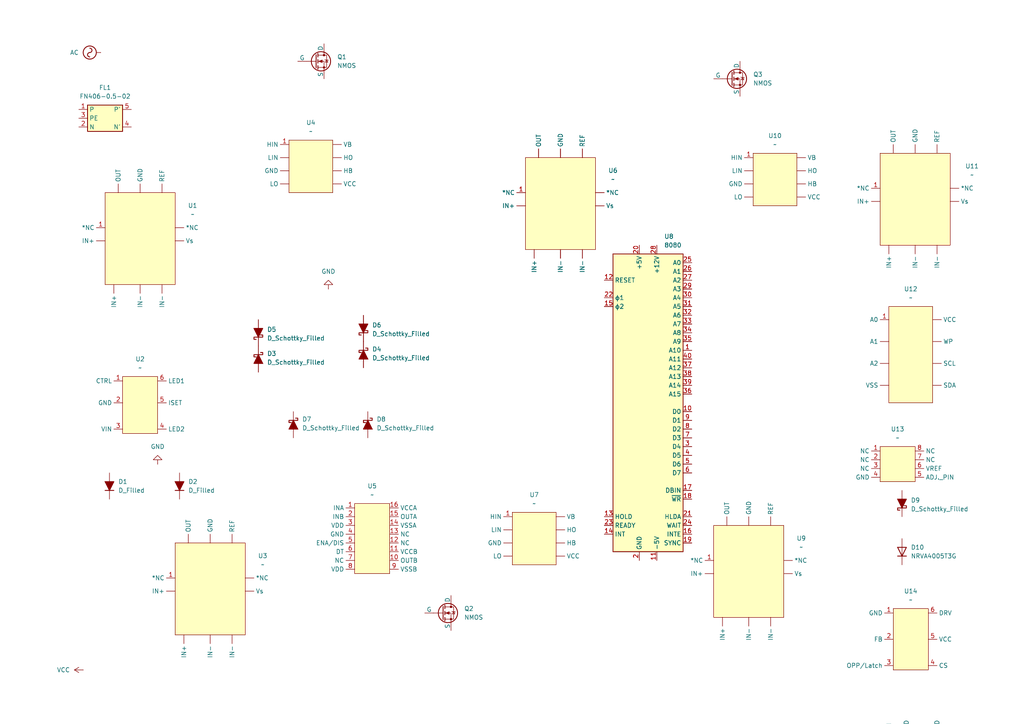
<source format=kicad_sch>
(kicad_sch (version 20250114) (generator "eeschema") (generator_version "9.0")
  (paper "A4")
  (lib_symbols
    (symbol "74xx:74LS298" (pin_names (offset 1.016))
      (property "Reference" "U" (at -7.62 16.51 0))
      (property "Value" "74LS298" (at -7.62 -16.51 0))
      (symbol "74LS298_1_0"
        (pin input line (at -12.7 12.7 0) (length 5.08) (name "I0a") (number "3"))
        (pin input line (at -12.7 10.16 0) (length 5.08) (name "I1a") (number "2"))
        (pin input line (at -12.7 7.62 0) (length 5.08) (name "I0b") (number "4"))
        (pin input line (at -12.7 5.08 0) (length 5.08) (name "I1b") (number "1"))
        (pin input line (at -12.7 2.54 0) (length 5.08) (name "I0c") (number "9"))
        (pin input line (at -12.7 0 0) (length 5.08) (name "I1c") (number "5"))
        (pin input line (at -12.7 -2.54 0) (length 5.08) (name "I0d") (number "7"))
        (pin input line (at -12.7 -5.08 0) (length 5.08) (name "I1d") (number "6"))
        (pin input line (at -12.7 -10.16 0) (length 5.08) (name "S") (number "10"))
        (pin input inverted_clock (at -12.7 -12.7 0) (length 5.08) (name "Cp") (number "11"))
        (pin power_in line (at 0 20.32 270) (length 5.08) (name "VCC") (number "16"))
        (pin power_in line (at 0 -20.32 90) (length 5.08) (name "GND") (number "8"))
        (pin output line (at 12.7 12.7 180) (length 5.08) (name "Qa") (number "15"))
        (pin output line (at 12.7 7.62 180) (length 5.08) (name "Qb") (number "14"))
        (pin output line (at 12.7 2.54 180) (length 5.08) (name "Qc") (number "13"))
        (pin output line (at 12.7 -2.54 180) (length 5.08) (name "Qd") (number "12"))
      )
    )
    (symbol "Amplifier_Operational:TLV172IDCK" (pin_names (offset 0.127))
      (property "Reference" "U" (at 7.62 2.54 0))
      (property "Value" "TLV172IDCK" (at 11.43 -2.54 0))
      (symbol "TLV172IDCK_1_1"
        (pin input line (at -5.08 2.54 0) (length 2.54) (name "+") (number "1"))
        (pin input line (at -5.08 -2.54 0) (length 2.54) (name "-") (number "3"))
        (pin power_in line (at 0 7.62 270) (length 3.81) (name "V+") (number "5"))
        (pin power_in line (at 0 -7.62 90) (length 3.81) (name "V-") (number "2"))
        (pin output line (at 10.16 0 180) (length 2.54) (name "~") (number "4"))
      )
    )
    (symbol "Cobot_components:CAV24C256"
      (property "Reference" "U" (at 0 0 0))
      (symbol "CAV24C256_1_1"
        (pin input line (at -6.35 -8.89 180) (length 2.54) (name "A0") (number "1"))
        (pin input line (at -6.35 -15.24 180) (length 2.54) (name "A1") (number ""))
        (pin input line (at -6.35 -21.59 180) (length 2.54) (name "A2") (number ""))
        (pin input line (at -6.35 -27.94 180) (length 2.54) (name "VSS") (number ""))
        (pin input line (at 6.35 -8.89 0) (length 2.54) (name "VCC") (number ""))
        (pin input line (at 6.35 -15.24 0) (length 2.54) (name "WP") (number ""))
        (pin input line (at 6.35 -21.59 0) (length 2.54) (name "SCL") (number ""))
        (pin input line (at 6.35 -27.94 0) (length 2.54) (name "SDA") (number ""))
      )
    )
    (symbol "Cobot_components:NCP189"
      (property "Reference" "U" (at 0 0 0))
      (symbol "NCP189_1_1"
        (pin input line (at -5.08 -3.81 180) (length 2.54) (name "OUT1") (number "1"))
        (pin input line (at -5.08 -8.89 180) (length 2.54) (name "FB/SNS") (number "2"))
        (pin input line (at -5.08 -13.97 180) (length 2.54) (name "GND") (number "3"))
        (pin input line (at 5.08 -3.81 0) (length 2.54) (name "IN") (number "6"))
        (pin input line (at 5.08 -8.89 0) (length 2.54) (name "PG") (number "5"))
        (pin input line (at 5.08 -13.97 0) (length 2.54) (name "EN") (number "4"))
      )
    )
    (symbol "Cobot_components:NCP51530"
      (property "Reference" "U" (at 0 0 0))
      (symbol "NCP51530_1_1"
        (pin input line (at -6.35 -3.81 180) (length 2.54) (name "HIN") (number "1"))
        (pin input line (at -6.35 -7.62 180) (length 2.54) (name "LIN") (number ""))
        (pin input line (at -6.35 -11.43 180) (length 2.54) (name "GND") (number ""))
        (pin input line (at -6.35 -15.24 180) (length 2.54) (name "LO") (number ""))
        (pin input line (at 6.35 -3.81 0) (length 2.54) (name "VB") (number ""))
        (pin input line (at 6.35 -7.62 0) (length 2.54) (name "HO") (number ""))
        (pin input line (at 6.35 -11.43 0) (length 2.54) (name "HB") (number ""))
        (pin input line (at 6.35 -15.24 0) (length 2.54) (name "VCC") (number ""))
      )
    )
    (symbol "Cobot_components:NCP51560"
      (property "Reference" "U" (at 0 0 0))
      (symbol "NCP51560_1_1"
        (pin input line (at -5.08 -3.81 180) (length 2.54) (name "INA") (number "1"))
        (pin input line (at -5.08 -6.35 180) (length 2.54) (name "INB") (number "2"))
        (pin input line (at -5.08 -8.89 180) (length 2.54) (name "VDD") (number "3"))
        (pin input line (at -5.08 -11.43 180) (length 2.54) (name "GND") (number "4"))
        (pin input line (at -5.08 -13.97 180) (length 2.54) (name "ENA/DIS") (number "5"))
        (pin input line (at -5.08 -16.51 180) (length 2.54) (name "DT") (number "6"))
        (pin input line (at -5.08 -19.05 180) (length 2.54) (name "NC") (number "7"))
        (pin input line (at -5.08 -21.59 180) (length 2.54) (name "VDD") (number "8"))
        (pin input line (at 5.08 -3.81 0) (length 2.54) (name "VCCA") (number "16"))
        (pin input line (at 5.08 -6.35 0) (length 2.54) (name "OUTA") (number "15"))
        (pin input line (at 5.08 -8.89 0) (length 2.54) (name "VSSA") (number "14"))
        (pin input line (at 5.08 -11.43 0) (length 2.54) (name "NC") (number "13"))
        (pin input line (at 5.08 -13.97 0) (length 2.54) (name "NC") (number "12"))
        (pin input line (at 5.08 -16.51 0) (length 2.54) (name "VCCB") (number "11"))
        (pin input line (at 5.08 -19.05 0) (length 2.54) (name "OUTB") (number "10"))
        (pin input line (at 5.08 -21.59 0) (length 2.54) (name "VSSB") (number "9"))
      )
    )
    (symbol "Cobot_components:NCS211R"
      (property "Reference" "U" (at 0 0 0))
      (symbol "NCS211R_1_1"
        (pin input line (at -10.16 -21.59 180) (length 2.54) (name "*NC") (number "1"))
        (pin input line (at -10.16 -25.4 180) (length 2.54) (name "IN+") (number ""))
        (pin input line (at -7.62 -38.1 270) (length 2.54) (name "IN+") (number ""))
        (pin input line (at -6.35 -11.43 90) (length 2.54) (name "OUT") (number ""))
        (pin input line (at 0 -11.43 90) (length 2.54) (name "GND") (number ""))
        (pin input line (at 0 -38.1 270) (length 2.54) (name "IN-") (number ""))
        (pin input line (at 6.35 -11.43 90) (length 2.54) (name "REF") (number ""))
        (pin input line (at 6.35 -38.1 270) (length 2.54) (name "IN-") (number ""))
        (pin input line (at 10.16 -21.59 0) (length 2.54) (name "*NC") (number ""))
        (pin input line (at 10.16 -25.4 0) (length 2.54) (name "Vs") (number ""))
      )
    )
    (symbol "Cobot_components:NIS3071"
      (property "Reference" "U" (at 0 0 0))
      (symbol "NIS3071_1_1"
        (pin input line (at -10.16 -25.4 180) (length 2.54) (name "VOUT1") (number ""))
        (pin input line (at -10.16 -30.48 180) (length 2.54) (name "VIN1") (number ""))
        (pin input line (at -10.16 -35.56 180) (length 2.54) (name "VIN2") (number ""))
        (pin input line (at -10.16 -40.64 180) (length 2.54) (name "VOUT2") (number ""))
        (pin input line (at -6.35 -17.78 90) (length 2.54) (name "EN1") (number ""))
        (pin input line (at -6.35 -49.53 270) (length 2.54) (name "FAULT") (number ""))
        (pin input line (at -2.54 -17.78 90) (length 2.54) (name "EN2") (number ""))
        (pin input line (at -2.54 -49.53 270) (length 2.54) (name "dvdt") (number ""))
        (pin input line (at 1.27 -17.78 90) (length 2.54) (name "EN3") (number ""))
        (pin input line (at 1.27 -49.53 270) (length 2.54) (name "ILM") (number ""))
        (pin input line (at 5.08 -17.78 90) (length 2.54) (name "EN4") (number ""))
        (pin input line (at 5.08 -49.53 270) (length 2.54) (name "GND") (number ""))
        (pin input line (at 8.89 -25.4 0) (length 2.54) (name "VOUT3") (number ""))
        (pin input line (at 8.89 -30.48 0) (length 2.54) (name "VIN3") (number ""))
        (pin input line (at 8.89 -35.56 0) (length 2.54) (name "VIN4") (number ""))
        (pin input line (at 8.89 -40.64 0) (length 2.54) (name "VOUT4") (number ""))
      )
    )
    (symbol "Device:D_Filled" (pin_numbers (hide yes)) (pin_names (offset 1.016) (hide yes))
      (property "Reference" "D" (at 0 2.54 0))
      (property "Value" "D_Filled" (at 0 -2.54 0))
      (symbol "D_Filled_1_1"
        (pin passive line (at -3.81 0 0) (length 2.54) (name "K") (number "1"))
        (pin passive line (at 3.81 0 180) (length 2.54) (name "A") (number "2"))
      )
    )
    (symbol "Device:D_Schottky_Filled" (pin_numbers (hide yes)) (pin_names (offset 1.016) (hide yes))
      (property "Reference" "D" (at 0 2.54 0))
      (property "Value" "D_Schottky_Filled" (at 0 -2.54 0))
      (symbol "D_Schottky_Filled_1_1"
        (pin passive line (at -3.81 0 0) (length 2.54) (name "K") (number "1"))
        (pin passive line (at 3.81 0 180) (length 2.54) (name "A") (number "2"))
      )
    )
    (symbol "Device:LED" (pin_numbers (hide yes)) (pin_names (offset 1.016) (hide yes))
      (property "Reference" "D" (at 0 2.54 0))
      (property "Value" "LED" (at 0 -2.54 0))
      (symbol "LED_1_1"
        (pin passive line (at -3.81 0 0) (length 2.54) (name "K") (number "1"))
        (pin passive line (at 3.81 0 180) (length 2.54) (name "A") (number "2"))
      )
    )
    (symbol "Diode:NRVA4005T3G" (pin_numbers (hide yes)) (pin_names (hide yes))
      (property "Reference" "D" (at 0 2.54 0))
      (property "Value" "NRVA4005T3G" (at 0 -2.54 0))
      (symbol "NRVA4005T3G_1_1"
        (pin passive line (at -3.81 0 0) (length 2.54) (name "K") (number "1"))
        (pin passive line (at 3.81 0 180) (length 2.54) (name "A") (number "2"))
      )
    )
    (symbol "Filter:FN406-0.5-02"
      (property "Reference" "FL" (at 0 7.62 0))
      (property "Value" "FN406-0.5-02" (at 0 5.08 0))
      (symbol "FN406-0.5-02_1_1"
        (pin passive line (at -7.62 2.54 0) (length 2.54) (name "P") (number "1"))
        (pin passive line (at -7.62 0 0) (length 2.54) (name "PE") (number "3"))
        (pin passive line (at -7.62 -2.54 0) (length 2.54) (name "N") (number "2"))
        (pin passive line (at 7.62 2.54 180) (length 2.54) (name "P'") (number "5"))
        (pin passive line (at 7.62 -2.54 180) (length 2.54) (name "N'") (number "4"))
      )
    )
    (symbol "MCU_Intel:8080"
      (property "Reference" "U" (at -7.62 44.45 0))
      (property "Value" "8080" (at 7.62 44.45 0))
      (symbol "8080_1_1"
        (pin input line (at -12.7 35.56 0) (length 2.54) (name "RESET") (number "12"))
        (pin input line (at -12.7 30.48 0) (length 2.54) (name "ϕ1") (number "22"))
        (pin input line (at -12.7 27.94 0) (length 2.54) (name "ϕ2") (number "15"))
        (pin input line (at -12.7 -33.02 0) (length 2.54) (name "HOLD") (number "13"))
        (pin input line (at -12.7 -35.56 0) (length 2.54) (name "READY") (number "23"))
        (pin input line (at -12.7 -38.1 0) (length 2.54) (name "INT") (number "14"))
        (pin power_in line (at -2.54 45.72 270) (length 2.54) (name "+5V") (number "20"))
        (pin power_in line (at -2.54 -45.72 90) (length 2.54) (name "GND") (number "2"))
        (pin power_in line (at 2.54 45.72 270) (length 2.54) (name "+12V") (number "28"))
        (pin power_in line (at 2.54 -45.72 90) (length 2.54) (name "-5V") (number "11"))
        (pin output line (at 12.7 40.64 180) (length 2.54) (name "A0") (number "25"))
        (pin output line (at 12.7 38.1 180) (length 2.54) (name "A1") (number "26"))
        (pin output line (at 12.7 35.56 180) (length 2.54) (name "A2") (number "27"))
        (pin output line (at 12.7 33.02 180) (length 2.54) (name "A3") (number "29"))
        (pin output line (at 12.7 30.48 180) (length 2.54) (name "A4") (number "30"))
        (pin output line (at 12.7 27.94 180) (length 2.54) (name "A5") (number "31"))
        (pin output line (at 12.7 25.4 180) (length 2.54) (name "A6") (number "32"))
        (pin output line (at 12.7 22.86 180) (length 2.54) (name "A7") (number "33"))
        (pin output line (at 12.7 20.32 180) (length 2.54) (name "A8") (number "34"))
        (pin output line (at 12.7 17.78 180) (length 2.54) (name "A9") (number "35"))
        (pin output line (at 12.7 15.24 180) (length 2.54) (name "A10") (number "1"))
        (pin output line (at 12.7 12.7 180) (length 2.54) (name "A11") (number "40"))
        (pin output line (at 12.7 10.16 180) (length 2.54) (name "A12") (number "37"))
        (pin output line (at 12.7 7.62 180) (length 2.54) (name "A13") (number "38"))
        (pin output line (at 12.7 5.08 180) (length 2.54) (name "A14") (number "39"))
        (pin output line (at 12.7 2.54 180) (length 2.54) (name "A15") (number "36"))
        (pin bidirectional line (at 12.7 -2.54 180) (length 2.54) (name "D0") (number "10"))
        (pin bidirectional line (at 12.7 -5.08 180) (length 2.54) (name "D1") (number "9"))
        (pin bidirectional line (at 12.7 -7.62 180) (length 2.54) (name "D2") (number "8"))
        (pin bidirectional line (at 12.7 -10.16 180) (length 2.54) (name "D3") (number "7"))
        (pin bidirectional line (at 12.7 -12.7 180) (length 2.54) (name "D4") (number "3"))
        (pin bidirectional line (at 12.7 -15.24 180) (length 2.54) (name "D5") (number "4"))
        (pin bidirectional line (at 12.7 -17.78 180) (length 2.54) (name "D6") (number "5"))
        (pin bidirectional line (at 12.7 -20.32 180) (length 2.54) (name "D7") (number "6"))
        (pin output line (at 12.7 -25.4 180) (length 2.54) (name "DBIN") (number "17"))
        (pin output line (at 12.7 -27.94 180) (length 2.54) (name "~{WR}") (number "18"))
        (pin output line (at 12.7 -33.02 180) (length 2.54) (name "HLDA") (number "21"))
        (pin output line (at 12.7 -35.56 180) (length 2.54) (name "WAIT") (number "24"))
        (pin output line (at 12.7 -38.1 180) (length 2.54) (name "INTE") (number "16"))
        (pin output line (at 12.7 -40.64 180) (length 2.54) (name "SYNC") (number "19"))
      )
    )
    (symbol "Memory_EEPROM:CAT24C256"
      (property "Reference" "U" (at -6.35 6.35 0))
      (property "Value" "CAT24C256" (at 1.27 6.35 0))
      (symbol "CAT24C256_1_1"
        (pin input line (at -10.16 2.54 0) (length 2.54) (name "A0") (number "1"))
        (pin input line (at -10.16 0 0) (length 2.54) (name "A1") (number "2"))
        (pin input line (at -10.16 -2.54 0) (length 2.54) (name "A2") (number "3"))
        (pin power_in line (at 0 7.62 270) (length 2.54) (name "VCC") (number "8"))
        (pin power_in line (at 0 -7.62 90) (length 2.54) (name "GND") (number "4"))
        (pin bidirectional line (at 10.16 2.54 180) (length 2.54) (name "SDA") (number "5"))
        (pin input line (at 10.16 0 180) (length 2.54) (name "SCL") (number "6"))
        (pin input line (at 10.16 -2.54 180) (length 2.54) (name "WP") (number "7"))
      )
    )
    (symbol "NCP51530_1"
      (property "Reference" "U" (at 0 0 0))
      (symbol "NCP51530_1_1_1"
        (pin input line (at -6.35 -3.81 180) (length 2.54) (name "HIN") (number "1"))
        (pin input line (at -6.35 -7.62 180) (length 2.54) (name "LIN") (number ""))
        (pin input line (at -6.35 -11.43 180) (length 2.54) (name "GND") (number ""))
        (pin input line (at -6.35 -15.24 180) (length 2.54) (name "LO") (number ""))
        (pin input line (at 6.35 -3.81 0) (length 2.54) (name "VB") (number ""))
        (pin input line (at 6.35 -7.62 0) (length 2.54) (name "HO") (number ""))
        (pin input line (at 6.35 -11.43 0) (length 2.54) (name "HB") (number ""))
        (pin input line (at 6.35 -15.24 0) (length 2.54) (name "VCC") (number ""))
      )
    )
    (symbol "NCP51530_2"
      (property "Reference" "U" (at 0 0 0))
      (symbol "NCP51530_2_1_1"
        (pin input line (at -6.35 -3.81 180) (length 2.54) (name "HIN") (number "1"))
        (pin input line (at -6.35 -7.62 180) (length 2.54) (name "LIN") (number ""))
        (pin input line (at -6.35 -11.43 180) (length 2.54) (name "GND") (number ""))
        (pin input line (at -6.35 -15.24 180) (length 2.54) (name "LO") (number ""))
        (pin input line (at 6.35 -3.81 0) (length 2.54) (name "VB") (number ""))
        (pin input line (at 6.35 -7.62 0) (length 2.54) (name "HO") (number ""))
        (pin input line (at 6.35 -11.43 0) (length 2.54) (name "HB") (number ""))
        (pin input line (at 6.35 -15.24 0) (length 2.54) (name "VCC") (number ""))
      )
    )
    (symbol "NCS211R_1"
      (property "Reference" "U" (at 0 0 0))
      (symbol "NCS211R_1_1_1"
        (pin input line (at -10.16 -21.59 180) (length 2.54) (name "*NC") (number "1"))
        (pin input line (at -10.16 -25.4 180) (length 2.54) (name "IN+") (number ""))
        (pin input line (at -7.62 -38.1 270) (length 2.54) (name "IN+") (number ""))
        (pin input line (at -6.35 -11.43 90) (length 2.54) (name "OUT") (number ""))
        (pin input line (at 0 -11.43 90) (length 2.54) (name "GND") (number ""))
        (pin input line (at 0 -38.1 270) (length 2.54) (name "IN-") (number ""))
        (pin input line (at 6.35 -11.43 90) (length 2.54) (name "REF") (number ""))
        (pin input line (at 6.35 -38.1 270) (length 2.54) (name "IN-") (number ""))
        (pin input line (at 10.16 -21.59 0) (length 2.54) (name "*NC") (number ""))
        (pin input line (at 10.16 -25.4 0) (length 2.54) (name "Vs") (number ""))
      )
    )
    (symbol "NCS211R_2"
      (property "Reference" "U" (at 0 0 0))
      (symbol "NCS211R_2_1_1"
        (pin input line (at -10.16 -21.59 180) (length 2.54) (name "*NC") (number "1"))
        (pin input line (at -10.16 -25.4 180) (length 2.54) (name "IN+") (number ""))
        (pin input line (at -7.62 -38.1 270) (length 2.54) (name "IN+") (number ""))
        (pin input line (at -6.35 -11.43 90) (length 2.54) (name "OUT") (number ""))
        (pin input line (at 0 -11.43 90) (length 2.54) (name "GND") (number ""))
        (pin input line (at 0 -38.1 270) (length 2.54) (name "IN-") (number ""))
        (pin input line (at 6.35 -11.43 90) (length 2.54) (name "REF") (number ""))
        (pin input line (at 6.35 -38.1 270) (length 2.54) (name "IN-") (number ""))
        (pin input line (at 10.16 -21.59 0) (length 2.54) (name "*NC") (number ""))
        (pin input line (at 10.16 -25.4 0) (length 2.54) (name "Vs") (number ""))
      )
    )
    (symbol "NCS211R_3"
      (property "Reference" "U" (at 0 0 0))
      (symbol "NCS211R_3_1_1"
        (pin input line (at -10.16 -21.59 180) (length 2.54) (name "*NC") (number "1"))
        (pin input line (at -10.16 -25.4 180) (length 2.54) (name "IN+") (number ""))
        (pin input line (at -7.62 -38.1 270) (length 2.54) (name "IN+") (number ""))
        (pin input line (at -6.35 -11.43 90) (length 2.54) (name "OUT") (number ""))
        (pin input line (at 0 -11.43 90) (length 2.54) (name "GND") (number ""))
        (pin input line (at 0 -38.1 270) (length 2.54) (name "IN-") (number ""))
        (pin input line (at 6.35 -11.43 90) (length 2.54) (name "REF") (number ""))
        (pin input line (at 6.35 -38.1 270) (length 2.54) (name "IN-") (number ""))
        (pin input line (at 10.16 -21.59 0) (length 2.54) (name "*NC") (number ""))
        (pin input line (at 10.16 -25.4 0) (length 2.54) (name "Vs") (number ""))
      )
    )
    (symbol "NCS211R_4"
      (property "Reference" "U" (at 0 0 0))
      (symbol "NCS211R_4_1_1"
        (pin input line (at -10.16 -21.59 180) (length 2.54) (name "*NC") (number "1"))
        (pin input line (at -10.16 -25.4 180) (length 2.54) (name "IN+") (number ""))
        (pin input line (at -7.62 -38.1 270) (length 2.54) (name "IN+") (number ""))
        (pin input line (at -6.35 -11.43 90) (length 2.54) (name "OUT") (number ""))
        (pin input line (at 0 -11.43 90) (length 2.54) (name "GND") (number ""))
        (pin input line (at 0 -38.1 270) (length 2.54) (name "IN-") (number ""))
        (pin input line (at 6.35 -11.43 90) (length 2.54) (name "REF") (number ""))
        (pin input line (at 6.35 -38.1 270) (length 2.54) (name "IN-") (number ""))
        (pin input line (at 10.16 -21.59 0) (length 2.54) (name "*NC") (number ""))
        (pin input line (at 10.16 -25.4 0) (length 2.54) (name "Vs") (number ""))
      )
    )
    (symbol "Simulation_SPICE:NMOS" (pin_numbers (hide yes)) (pin_names (offset 0))
      (property "Reference" "Q" (at 5.08 1.27 0))
      (property "Value" "NMOS" (at 5.08 -1.27 0))
      (symbol "NMOS_1_1"
        (pin input line (at -5.08 0 0) (length 2.54) (name "G") (number "2"))
        (pin passive line (at 2.54 5.08 270) (length 2.54) (name "D") (number "1"))
        (pin passive line (at 2.54 -5.08 90) (length 2.54) (name "S") (number "3"))
      )
    )
    (symbol "computing_components:FAN251030"
      (property "Reference" "U" (at 0 0 0))
      (symbol "FAN251030_1_1"
        (pin input line (at -12.7 -19.05 180) (length 2.54) (name "PVIN") (number "1"))
        (pin input line (at -12.7 -25.4 180) (length 2.54) (name "PVIN") (number "2"))
        (pin input line (at -12.7 -31.75 180) (length 2.54) (name "PVIN") (number "3"))
        (pin input line (at -12.7 -36.83 180) (length 2.54) (name "PH") (number "4"))
        (pin input line (at -12.7 -41.91 180) (length 2.54) (name "GH") (number "5"))
        (pin input line (at -12.7 -46.99 180) (length 2.54) (name "BOOT") (number "6"))
        (pin input line (at -12.7 -52.07 180) (length 2.54) (name "GND") (number "7"))
        (pin input line (at -12.7 -57.15 180) (length 2.54) (name "FB") (number "8"))
        (pin input line (at -12.7 -62.23 180) (length 2.54) (name "COMP") (number "9"))
        (pin input line (at -10.16 -68.58 270) (length 2.54) (name "VDIFF") (number "10"))
        (pin input line (at -8.89 -13.97 90) (length 2.54) (name "PVIN") (number "34"))
        (pin input line (at -7.62 -68.58 270) (length 2.54) (name "VSEN-") (number "11"))
        (pin input line (at -5.08 -68.58 270) (length 2.54) (name "VSEN+") (number "12"))
        (pin input line (at -3.81 -13.97 90) (length 2.54) (name "PGND") (number "33"))
        (pin input line (at -2.54 -68.58 270) (length 2.54) (name "PG") (number "13"))
        (pin input line (at 0 -68.58 270) (length 2.54) (name "ADDR") (number "14"))
        (pin input line (at 2.54 -68.58 270) (length 2.54) (name "VSET") (number "15"))
        (pin input line (at 5.08 -13.97 90) (length 2.54) (name "PGND") (number "32"))
        (pin input line (at 5.08 -68.58 270) (length 2.54) (name "GND") (number "16"))
        (pin input line (at 7.62 -68.58 270) (length 2.54) (name "SYNC") (number "17"))
        (pin input line (at 8.89 -13.97 90) (length 2.54) (name "SW") (number "31"))
        (pin input line (at 10.16 -68.58 270) (length 2.54) (name "SALRT") (number "18"))
        (pin input line (at 12.7 -19.05 0) (length 2.54) (name "SW") (number "30"))
        (pin input line (at 12.7 -22.86 0) (length 2.54) (name "SW") (number "29"))
        (pin input line (at 12.7 -26.67 0) (length 2.54) (name "SW") (number "28"))
        (pin input line (at 12.7 -30.48 0) (length 2.54) (name "SW") (number "27"))
        (pin input line (at 12.7 -34.29 0) (length 2.54) (name "SW") (number "26"))
        (pin input line (at 12.7 -38.1 0) (length 2.54) (name "GL") (number "25"))
        (pin input line (at 12.7 -41.91 0) (length 2.54) (name "PVCC") (number "24"))
        (pin input line (at 12.7 -46.99 0) (length 2.54) (name "VIN") (number "23"))
        (pin input line (at 12.7 -50.8 0) (length 2.54) (name "VCC") (number "22"))
        (pin input line (at 12.7 -54.61 0) (length 2.54) (name "EN") (number "21"))
        (pin input line (at 12.7 -58.42 0) (length 2.54) (name "SCL") (number "20"))
        (pin input line (at 12.7 -63.5 0) (length 2.54) (name "SDA") (number "19"))
      )
    )
    (symbol "computing_components:FAN5624"
      (property "Reference" "U" (at 0 0 0))
      (symbol "FAN5624_1_1"
        (pin input line (at -5.08 -5.08 180) (length 2.54) (name "CTRL") (number "1"))
        (pin input line (at -5.08 -11.43 180) (length 2.54) (name "GND") (number "2"))
        (pin input line (at -5.08 -19.05 180) (length 2.54) (name "VIN") (number "3"))
        (pin input line (at 5.08 -5.08 0) (length 2.54) (name "LED1") (number "6"))
        (pin input line (at 5.08 -11.43 0) (length 2.54) (name "ISET") (number "5"))
        (pin input line (at 5.08 -19.05 0) (length 2.54) (name "LED2") (number "4"))
      )
    )
    (symbol "computing_components:NCP1251"
      (property "Reference" "U" (at 0 0 0))
      (symbol "NCP1251_1_1"
        (pin input line (at -5.08 -5.08 180) (length 2.54) (name "GND") (number "1"))
        (pin input line (at -5.08 -12.7 180) (length 2.54) (name "FB") (number "2"))
        (pin input line (at -5.08 -20.32 180) (length 2.54) (name "OPP/Latch") (number "3"))
        (pin input line (at 5.08 -5.08 0) (length 2.54) (name "DRV") (number "6"))
        (pin input line (at 5.08 -12.7 0) (length 2.54) (name "VCC") (number "5"))
        (pin input line (at 5.08 -20.32 0) (length 2.54) (name "CS") (number "4"))
      )
    )
    (symbol "computing_components:NCP81080"
      (property "Reference" "U" (at 0 0 0))
      (symbol "NCP81080_1_1"
        (pin input line (at -8.89 -6.35 180) (length 2.54) (name "VDD") (number "1"))
        (pin input line (at -8.89 -11.43 180) (length 2.54) (name "HI") (number "2"))
        (pin input line (at -8.89 -16.51 180) (length 2.54) (name "LI") (number "3"))
        (pin input line (at -8.89 -21.59 180) (length 2.54) (name "VSS") (number "4"))
        (pin input line (at 8.89 -6.35 0) (length 2.54) (name "HB") (number "8"))
        (pin input line (at 8.89 -11.43 0) (length 2.54) (name "HO") (number "7"))
        (pin input line (at 8.89 -16.51 0) (length 2.54) (name "HS") (number "6"))
        (pin input line (at 8.89 -21.59 0) (length 2.54) (name "LO") (number "5"))
      )
    )
    (symbol "computing_components:NCP81428"
      (property "Reference" "U" (at 0 0 0))
      (symbol "NCP81428_1_1"
        (pin input line (at -16.51 -17.78 180) (length 2.54) (name "SCL") (number "1"))
        (pin input line (at -16.51 -21.59 180) (length 2.54) (name "SDA") (number "2"))
        (pin input line (at -16.51 -25.4 180) (length 2.54) (name "ALERT#") (number "3"))
        (pin input line (at -16.51 -29.21 180) (length 2.54) (name "ON") (number "4"))
        (pin input line (at -16.51 -33.02 180) (length 2.54) (name "FAULT#_C") (number "5"))
        (pin input line (at -16.51 -36.83 180) (length 2.54) (name "FAULT#_D") (number "6"))
        (pin input line (at -16.51 -40.64 180) (length 2.54) (name "VINF") (number "7"))
        (pin input line (at -16.51 -44.45 180) (length 2.54) (name "NC1") (number "8"))
        (pin input line (at -12.7 -11.43 90) (length 2.54) (name "VOUT") (number "32"))
        (pin input line (at -12.7 -50.8 270) (length 2.54) (name "VIN") (number "9"))
        (pin input line (at -8.89 -11.43 90) (length 2.54) (name "VOUT") (number "31"))
        (pin input line (at -8.89 -50.8 270) (length 2.54) (name "VIN") (number "10"))
        (pin input line (at -5.08 -11.43 90) (length 2.54) (name "VOUT") (number "30"))
        (pin input line (at -5.08 -50.8 270) (length 2.54) (name "VIN") (number "11"))
        (pin input line (at -1.27 -11.43 90) (length 2.54) (name "VOUT") (number "29"))
        (pin input line (at -1.27 -50.8 270) (length 2.54) (name "VIN") (number "12"))
        (pin input line (at 2.54 -11.43 90) (length 2.54) (name "VOUT") (number "28"))
        (pin input line (at 2.54 -50.8 270) (length 2.54) (name "VIN") (number "13"))
        (pin input line (at 6.35 -11.43 90) (length 2.54) (name "VOUT") (number "27"))
        (pin input line (at 6.35 -50.8 270) (length 2.54) (name "VIN") (number "14"))
        (pin input line (at 10.16 -11.43 90) (length 2.54) (name "VOUT") (number "26"))
        (pin input line (at 10.16 -50.8 270) (length 2.54) (name "VIN") (number "15"))
        (pin input line (at 13.97 -11.43 90) (length 2.54) (name "VOUT") (number "25"))
        (pin input line (at 13.97 -50.8 270) (length 2.54) (name "VIN") (number "16"))
        (pin input line (at 17.78 -17.78 0) (length 2.54) (name "ADDR") (number "24"))
        (pin input line (at 17.78 -21.59 0) (length 2.54) (name "PG") (number "23"))
        (pin input line (at 17.78 -25.4 0) (length 2.54) (name "IMON") (number "22"))
        (pin input line (at 17.78 -29.21 0) (length 2.54) (name "VDD") (number "21"))
        (pin input line (at 17.78 -33.02 0) (length 2.54) (name "GND") (number "20"))
        (pin input line (at 17.78 -36.83 0) (length 2.54) (name "SS") (number "19"))
        (pin input line (at 17.78 -40.64 0) (length 2.54) (name "VTEMP") (number "18"))
        (pin input line (at 17.78 -44.45 0) (length 2.54) (name "NC2") (number "17"))
      )
    )
    (symbol "computing_components:NCS21911"
      (property "Reference" "U" (at 0 0 0))
      (symbol "NCS21911_1_1"
        (pin input line (at -5.08 -5.08 180) (length 2.54) (name "OUT") (number "1"))
        (pin input line (at -5.08 -11.43 180) (length 2.54) (name "VSS") (number "2"))
        (pin input line (at -5.08 -17.78 180) (length 2.54) (name "IN+") (number "3"))
        (pin input line (at 5.08 -5.08 0) (length 2.54) (name "VDD") (number "5"))
        (pin input line (at 5.08 -17.78 0) (length 2.54) (name "IN-") (number "4"))
      )
    )
    (symbol "computing_components:NCV308"
      (property "Reference" "U" (at 0 0 0))
      (symbol "NCV308_1_1"
        (pin input line (at -7.62 -6.35 180) (length 2.54) (name "RESET_bar") (number "1"))
        (pin input line (at -7.62 -13.97 180) (length 2.54) (name "GND") (number "2"))
        (pin input line (at -7.62 -21.59 180) (length 2.54) (name "MR_bar") (number "3"))
        (pin input line (at 7.62 -6.35 0) (length 2.54) (name "VDD") (number "6"))
        (pin input line (at 7.62 -13.97 0) (length 2.54) (name "SENSE") (number "5"))
        (pin input line (at 7.62 -21.59 0) (length 2.54) (name "CT") (number "4"))
      )
    )
    (symbol "icepowertrain_components:NCV1009"
      (property "Reference" "U" (at 0 0 0))
      (symbol "NCV1009_1_1"
        (pin input line (at -5.08 -3.81 180) (length 2.54) (name "NC") (number "1"))
        (pin input line (at -5.08 -6.35 180) (length 2.54) (name "NC") (number "2"))
        (pin input line (at -5.08 -8.89 180) (length 2.54) (name "NC") (number "3"))
        (pin input line (at -5.08 -11.43 180) (length 2.54) (name "GND") (number "4"))
        (pin input line (at 5.08 -3.81 0) (length 2.54) (name "NC") (number "8"))
        (pin input line (at 5.08 -6.35 0) (length 2.54) (name "NC") (number "7"))
        (pin input line (at 5.08 -8.89 0) (length 2.54) (name "VREF") (number "6"))
        (pin input line (at 5.08 -11.43 0) (length 2.54) (name "ADJ._PIN") (number "5"))
      )
    )
    (symbol "led_lighting_components:NCID9411" (pin_names (offset 1.016))
      (property "Reference" "U" (at 0 0 0))
      (property "Value" "NCID9411" (at 0 -5 0))
      (symbol "NCID9411_0_1"
        (pin input line (at -8 6 0) (length 2) (name "INA4") (number "6"))
        (pin power_in line (at -8 5 0) (length 2) (name "VDD2") (number "16"))
        (pin power_in line (at -8 3 0) (length 2) (name "GND2") (number "15"))
        (pin input line (at -8 1 0) (length 2) (name "INA2") (number "4"))
        (pin input line (at -8 -1 0) (length 2) (name "INA1") (number "3"))
        (pin power_in line (at -8 -3 0) (length 2) (name "GND1") (number "2"))
        (pin power_in line (at -8 -5 0) (length 2) (name "VDD1") (number "1"))
        (pin input line (at -8 -6 0) (length 2) (name "INA3") (number "5"))
        (pin input line (at -8 -7 0) (length 2) (name "EN1") (number "7"))
        (pin no_connect line (at 0 7 90) (length 2) (name "NC") (number "8"))
        (pin no_connect line (at 0 -7 270) (length 2) (name "NC") (number "9"))
        (pin output line (at 8 6 180) (length 2) (name "OUTB4") (number "11"))
        (pin output line (at 8 1 180) (length 2) (name "OUTB2") (number "13"))
        (pin output line (at 8 -1 180) (length 2) (name "OUTB1") (number "14"))
        (pin output line (at 8 -6 180) (length 2) (name "OUTB3") (number "12"))
        (pin input line (at 8 -7 180) (length 2) (name "EN2") (number "10"))
      )
    )
    (symbol "power:+12V" (power) (pin_numbers (hide yes)) (pin_names (offset 0) (hide yes))
      (property "Value" "+12V" (at 0 3.556 0))
      (symbol "+12V_1_1"
        (pin power_in line (at 0 0 90) (length 0) (name "~") (number "1"))
      )
    )
    (symbol "power:+3.3VDAC" (power) (pin_numbers (hide yes)) (pin_names (offset 0) (hide yes))
      (property "Value" "+3.3VDAC" (at 0 3.556 0))
      (symbol "+3.3VDAC_0_0"
        (pin power_in line (at 0 0 90) (length 0) (name "~") (number "1"))
      )
    )
    (symbol "power:AC" (power) (pin_numbers (hide yes)) (pin_names (offset 0) (hide yes))
      (property "Value" "AC" (at 0 6.35 0))
      (symbol "AC_1_1"
        (pin power_in line (at 0 0 90) (length 0) (name "~") (number "1"))
      )
    )
    (symbol "power:GND" (power) (pin_numbers (hide yes)) (pin_names (offset 0) (hide yes))
      (property "Value" "GND" (at 0 -3.81 0))
      (symbol "GND_1_1"
        (pin power_in line (at 0 0 270) (length 0) (name "~") (number "1"))
      )
    )
    (symbol "power:VCC" (power) (pin_numbers (hide yes)) (pin_names (offset 0) (hide yes))
      (property "Value" "VCC" (at 0 3.556 0))
      (symbol "VCC_1_1"
        (pin power_in line (at 0 0 90) (length 0) (name "~") (number "1"))
      )
    )
    (symbol "power:VDC" (power) (pin_numbers (hide yes)) (pin_names (offset 0) (hide yes))
      (property "Value" "VDC" (at 0 3.556 0))
      (symbol "VDC_1_1"
        (pin power_in line (at 0 0 90) (length 0) (name "~") (number "1"))
      )
    )
  )
  (rectangle (start 304.8 119.38) (end 323.85 125.73))
  (rectangle (start 311.15 171.45) (end 326.39 177.8))
  (rectangle (start 307.34 189.23) (end 328.93 196.85))
  (rectangle (start 201.93 326.39) (end 215.9 344.17))
  (rectangle (start 307.34 77.47) (end 339.09 87.63))
  (text "FD5012MNTXG" (at 324.104 81.28 0) (effects (font (size 1.27 1.27))))
  (text "Server Rack" (at 290.068 374.65 0) (effects (font (size 1.27 1.27))))
  (text "MUN2236\n" (at 319.278 173.482 0) (effects (font (size 1.27 1.27))))
  (text "AI-accelerated Server" (at 321.056 570.992 0) (effects (font (size 1.27 1.27))))
  (text "NL17SZ14\n" (at 314.452 121.412 0) (effects (font (size 1.27 1.27))))
  (text "CPU\nGPU\nFPGA\nAudio\nLED" (at 208.788 334.264 0) (effects (font (size 1.27 1.27))))
  (text "AI Data Center" (at 184.404 245.618 0) (effects (font (size 1.27 1.27))))
  (text "FQD2N90" (at 318.262 193.04 0) (effects (font (size 1.27 1.27))))
  (junction (at 87.63 549.91))
  (junction (at 63.5 415.29))
  (junction (at 87.63 600.71))
  (junction (at 184.15 581.66))
  (junction (at 120.65 563.88))
  (junction (at 151.13 581.66))
  (junction (at 226.06 568.96))
  (wire (pts (xy 279.4 537.21) (xy 279.4 482.6)))
  (wire (pts (xy 114.3 590.55) (xy 114.3 565.15)))
  (wire (pts (xy 87.63 560.07) (xy 104.14 560.07)))
  (wire (pts (xy 294.64 467.36) (xy 290.83 467.36)))
  (wire (pts (xy 87.63 598.17) (xy 115.57 598.17)))
  (wire (pts (xy 114.3 600.71) (xy 114.3 599.44)))
  (wire (pts (xy 247.65 427.99) (xy 250.19 427.99)))
  (wire (pts (xy 171.45 450.85) (xy 238.76 450.85)))
  (wire (pts (xy 58.42 422.91) (xy 83.82 422.91)))
  (wire (pts (xy 138.43 532.13) (xy 87.63 532.13)))
  (wire (pts (xy 115.57 601.98) (xy 86.36 601.98)))
  (wire (pts (xy 105.41 562.61) (xy 123.19 562.61)))
  (wire (pts (xy 83.82 419.1) (xy 46.99 419.1)))
  (wire (pts (xy 281.94 420.37) (xy 281.94 415.29)))
  (wire (pts (xy 151.13 499.11) (xy 151.13 529.59)))
  (wire (pts (xy 87.63 554.99) (xy 107.95 554.99)))
  (wire (pts (xy 87.63 557.53) (xy 105.41 557.53)))
  (wire (pts (xy 138.43 499.11) (xy 151.13 499.11)))
  (wire (pts (xy 290.83 454.66) (xy 264.16 454.66)))
  (wire (pts (xy 83.82 426.72) (xy 69.85 426.72)))
  (wire (pts (xy 46.99 419.1) (xy 46.99 494.03)))
  (wire (pts (xy 151.13 529.59) (xy 87.63 529.59)))
  (wire (pts (xy 294.64 449.58) (xy 294.64 458.47)))
  (wire (pts (xy 255.27 532.13) (xy 288.29 532.13)))
  (wire (pts (xy 255.27 427.99) (xy 257.81 427.99)))
  (wire (pts (xy 120.65 565.15) (xy 120.65 563.88)))
  (wire (pts (xy 137.16 562.61) (xy 151.13 562.61)))
  (wire (pts (xy 104.14 560.07) (xy 104.14 563.88)))
  (wire (pts (xy 87.63 549.91) (xy 123.19 549.91)))
  (wire (pts (xy 87.63 524.51) (xy 160.02 524.51)))
  (wire (pts (xy 226.06 568.96) (xy 226.06 537.21)))
  (wire (pts (xy 184.15 581.66) (xy 226.06 581.66)))
  (wire (pts (xy 226.06 537.21) (xy 245.11 537.21)))
  (wire (pts (xy 105.41 557.53) (xy 105.41 562.61)))
  (wire (pts (xy 58.42 499.11) (xy 58.42 422.91)))
  (wire (pts (xy 53.34 415.29) (xy 63.5 415.29)))
  (wire (pts (xy 284.48 474.98) (xy 294.64 474.98)))
  (wire (pts (xy 53.34 401.32) (xy 53.34 415.29)))
  (wire (pts (xy 107.95 554.99) (xy 107.95 560.07)))
  (wire (pts (xy 160.02 524.51) (xy 160.02 488.95)))
  (wire (pts (xy 114.3 599.44) (xy 115.57 599.44)))
  (wire (pts (xy 279.4 482.6) (xy 264.16 482.6)))
  (wire (pts (xy 151.13 596.9) (xy 135.89 596.9)))
  (wire (pts (xy 156.21 494.03) (xy 156.21 527.05)))
  (wire (pts (xy 151.13 581.66) (xy 184.15 581.66)))
  (wire (pts (xy 86.36 600.71) (xy 87.63 600.71)))
  (wire (pts (xy 118.11 421.64) (xy 118.11 422.91)))
  (wire (pts (xy 290.83 467.36) (xy 290.83 454.66)))
  (wire (pts (xy 347.98 302.26) (xy 347.98 303.53)))
  (wire (pts (xy 46.99 494.03) (xy 120.65 494.03)))
  (wire (pts (xy 69.85 504.19) (xy 120.65 504.19)))
  (wire (pts (xy 86.36 601.98) (xy 86.36 603.25)))
  (wire (pts (xy 264.16 449.58) (xy 294.64 449.58)))
  (wire (pts (xy 120.65 499.11) (xy 58.42 499.11)))
  (wire (pts (xy 151.13 581.66) (xy 151.13 596.9)))
  (wire (pts (xy 107.95 560.07) (xy 123.19 560.07)))
  (wire (pts (xy 123.19 549.91) (xy 123.19 556.26)))
  (wire (pts (xy 226.06 581.66) (xy 226.06 568.96)))
  (wire (pts (xy 151.13 562.61) (xy 151.13 581.66)))
  (wire (pts (xy 76.2 331.47) (xy 109.22 331.47)))
  (wire (pts (xy 162.56 332.74) (xy 201.93 332.74)))
  (wire (pts (xy 293.37 420.37) (xy 281.94 420.37)))
  (wire (pts (xy 111.76 557.53) (xy 124.46 557.53)))
  (wire (pts (xy 104.14 563.88) (xy 120.65 563.88)))
  (wire (pts (xy 63.5 488.95) (xy 120.65 488.95)))
  (wire (pts (xy 8.89 331.47) (xy 22.86 331.47)))
  (wire (pts (xy 63.5 415.29) (xy 83.82 415.29)))
  (wire (pts (xy 288.29 478.79) (xy 264.16 478.79)))
  (wire (pts (xy 160.02 488.95) (xy 138.43 488.95)))
  (wire (pts (xy 156.21 527.05) (xy 87.63 527.05)))
  (wire (pts (xy 138.43 494.03) (xy 156.21 494.03)))
  (wire (pts (xy 171.45 421.64) (xy 118.11 421.64)))
  (wire (pts (xy -13.97 383.54) (xy 351.79 383.54)))
  (wire (pts (xy 118.11 426.72) (xy 163.83 426.72)))
  (wire (pts (xy 171.45 431.8) (xy 171.45 450.85)))
  (wire (pts (xy 63.5 415.29) (xy 63.5 488.95)))
  (wire (pts (xy 111.76 552.45) (xy 111.76 557.53)))
  (wire (pts (xy 284.48 458.47) (xy 284.48 474.98)))
  (wire (pts (xy 115.57 598.17) (xy 115.57 596.9)))
  (wire (pts (xy 86.36 549.91) (xy 87.63 549.91)))
  (wire (pts (xy 87.63 552.45) (xy 111.76 552.45)))
  (wire (pts (xy 288.29 532.13) (xy 288.29 478.79)))
  (wire (pts (xy 125.73 590.55) (xy 114.3 590.55)))
  (wire (pts (xy 120.65 563.88) (xy 124.46 563.88)))
  (wire (pts (xy -16.51 302.26) (xy 347.98 302.26)))
  (wire (pts (xy 255.27 537.21) (xy 279.4 537.21)))
  (wire (pts (xy 138.43 504.19) (xy 138.43 532.13)))
  (wire (pts (xy 247.65 412.75) (xy 252.73 412.75)))
  (wire (pts (xy 87.63 600.71) (xy 114.3 600.71)))
  (wire (pts (xy 281.94 415.29) (xy 257.81 415.29)))
  (wire (pts (xy 114.3 565.15) (xy 120.65 565.15)))
  (wire (pts (xy 247.65 415.29) (xy 247.65 412.75)))
  (wire (pts (xy 69.85 426.72) (xy 69.85 504.19)))
  (wire (pts (xy 264.16 458.47) (xy 284.48 458.47)))
  (symbol (lib_id "power:+3.3VDAC") (at 8.89 331.47 90) (unit 1)
    (property "Reference" "#PWR05" (effects (hide yes)))
    (property "Value" "+3.3VDAC" (at 5.08 331.4699 90) (effects (justify left)))
    (property "Description" "Power symbol creates a global label with name \"+3.3VDAC\"" (effects (hide yes)))
  )
  (symbol (lib_id "Device:D_Filled") (at 31.75 140.97 90) (unit 1)
    (property "Reference" "D1" (at 34.29 139.6999 90) (effects (justify right)))
    (property "Value" "D_Filled" (at 34.29 142.2399 90) (effects (justify right)))
    (property "Description" "Diode, filled shape" (effects (hide yes)))
    (property "Sim.Device" "D" (effects (hide yes)))
    (property "Sim.Pins" "1=K 2=A" (effects (hide yes)))
  )
  (symbol (lib_id "Cobot_components:NCP189") (at 250.19 528.32 0) (unit 1)
    (property "Reference" "U56" (at 250.19 525.78 0))
    (property "Value" "~" (at 250.19 528.32 0))
  )
  (symbol (lib_id "74xx:74LS298") (at 87.63 226.06 90) (unit 1)
    (property "Reference" "U20" (at 107.95 220.6146 90))
    (property "Value" "74LS298" (at 107.95 223.1546 90))
    (property "Datasheet" "http://www.ti.com/lit/gpn/sn74LS298" (effects (hide yes)))
    (property "Description" "Quad 2 to 1 multiplexer with storage" (effects (hide yes)))
  )
  (symbol (lib_id "Simulation_SPICE:NMOS") (at 320.04 102.87 0) (unit 1)
    (property "Reference" "Q4" (at 326.39 101.5999 0) (effects (justify left)))
    (property "Value" "NMOS" (at 326.39 104.1399 0) (effects (justify left)))
    (property "Datasheet" "https://ngspice.sourceforge.io/docs/ngspice-html-manual/manual.xhtml#cha_MOSFETs" (effects (hide yes)))
    (property "Description" "N-MOSFET transistor, drain/source/gate" (effects (hide yes)))
    (property "Sim.Device" "NMOS" (effects (hide yes)))
    (property "Sim.Type" "VDMOS" (effects (hide yes)))
    (property "Sim.Pins" "1=D 2=G 3=S" (effects (hide yes)))
  )
  (symbol (lib_id "Device:D_Schottky_Filled") (at 105.41 102.87 270) (unit 1)
    (property "Reference" "D4" (at 107.95 101.2824 90) (effects (justify left)))
    (property "Value" "D_Schottky_Filled" (at 107.95 103.8224 90) (effects (justify left)))
    (property "Description" "Schottky diode, filled shape" (effects (hide yes)))
  )
  (symbol (lib_id "led_lighting_components:NCID9411") (at 130.81 561.34 0) (unit 1)
    (property "Reference" "U51" (at 132.9533 547.37 0) (effects (justify left)))
    (property "Value" "NCID9411" (at 132.9533 549.91 0) (effects (justify left)))
  )
  (symbol (lib_name "NCS211R_4") (lib_id "Cobot_components:NCS211R") (at 265.43 33.02 0) (unit 1)
    (property "Reference" "U11" (at 281.94 48.1898 0))
    (property "Value" "~" (at 281.94 50.7298 0))
  )
  (symbol (lib_id "Filter:FN406-0.5-02") (at 30.48 34.29 0) (unit 1)
    (property "Reference" "FL1" (at 30.48 25.4 0))
    (property "Value" "FN406-0.5-02" (at 30.48 27.94 0))
    (property "Footprint" "Filter:Filter_Schaffner_FN406" (effects (hide yes)))
    (property "Datasheet" "https://www.schaffner.com/products/download/product/datasheet/fn-406-ultra-compact-emc-filter/" (effects (hide yes)))
    (property "Description" "0.5A ultra compact EMI Filter" (effects (hide yes)))
  )
  (symbol (lib_id "Cobot_components:NCP51530") (at 90.17 38.1 0) (unit 1)
    (property "Reference" "U4" (at 90.17 35.56 0))
    (property "Value" "~" (at 90.17 38.1 0))
  )
  (symbol (lib_id "power:+12V") (at 53.34 401.32 90) (unit 1)
    (property "Reference" "#PWR012" (effects (hide yes)))
    (property "Value" "+12V" (at 50.8 401.3199 90) (effects (justify left)))
    (property "Description" "Power symbol creates a global label with name \"+12V\"" (effects (hide yes)))
  )
  (symbol (lib_id "computing_components:FAN251030") (at 251.46 431.8 0) (unit 1)
    (property "Reference" "U55" (at 262.4933 505.46 0) (effects (justify left)))
    (property "Value" "~" (at 262.4933 508 0) (effects (justify left)))
  )
  (symbol (lib_name "NCS211R_2") (lib_id "Cobot_components:NCS211R") (at 162.56 34.29 0) (unit 1)
    (property "Reference" "U6" (at 177.8 49.4598 0))
    (property "Value" "~" (at 177.8 51.9998 0))
  )
  (symbol (lib_id "Cobot_components:NCP189") (at 323.85 265.43 0) (unit 1)
    (property "Reference" "U19" (at 323.85 262.89 0))
    (property "Value" "~" (at 323.85 265.43 0))
  )
  (symbol (lib_id "Device:D_Schottky_Filled") (at 261.62 146.05 90) (unit 1)
    (property "Reference" "D9" (at 264.16 145.0974 90) (effects (justify right)))
    (property "Value" "D_Schottky_Filled" (at 264.16 147.6374 90) (effects (justify right)))
    (property "Description" "Schottky diode, filled shape" (effects (hide yes)))
  )
  (symbol (lib_id "Cobot_components:NCP51560") (at 107.95 143.51 0) (unit 1)
    (property "Reference" "U5" (at 107.95 140.97 0))
    (property "Value" "~" (at 107.95 143.51 0))
  )
  (symbol (lib_id "power:AC") (at 29.21 15.24 90) (unit 1)
    (property "Reference" "#PWR01" (effects (hide yes)))
    (property "Value" "AC" (at 22.86 15.2399 90) (effects (justify left)))
    (property "Description" "Power symbol creates a global label with name \"AC\"" (effects (hide yes)))
  )
  (symbol (lib_id "power:GND") (at 95.25 83.82 180) (unit 1)
    (property "Reference" "#PWR04" (effects (hide yes)))
    (property "Value" "GND" (at 95.25 78.74 0))
    (property "Description" "Power symbol creates a global label with name \"GND\" , ground" (effects (hide yes)))
  )
  (symbol (lib_id "Device:D_Schottky_Filled") (at 85.09 123.19 270) (unit 1)
    (property "Reference" "D7" (at 87.63 121.6024 90) (effects (justify left)))
    (property "Value" "D_Schottky_Filled" (at 87.63 124.1424 90) (effects (justify left)))
    (property "Description" "Schottky diode, filled shape" (effects (hide yes)))
  )
  (symbol (lib_id "power:VDC") (at 294.64 458.47 270) (unit 1)
    (property "Reference" "#PWR014" (effects (hide yes)))
    (property "Value" "VDC" (at 298.45 458.4699 90) (effects (justify left)))
    (property "Description" "Power symbol creates a global label with name \"VDC\"" (effects (hide yes)))
  )
  (symbol (lib_id "icepowertrain_components:NCV1009") (at 260.35 127 0) (unit 1)
    (property "Reference" "U13" (at 260.35 124.46 0))
    (property "Value" "~" (at 260.35 127 0))
  )
  (symbol (lib_id "Simulation_SPICE:NMOS") (at 91.44 17.78 0) (unit 1)
    (property "Reference" "Q1" (at 97.79 16.5099 0) (effects (justify left)))
    (property "Value" "NMOS" (at 97.79 19.0499 0) (effects (justify left)))
    (property "Datasheet" "https://ngspice.sourceforge.io/docs/ngspice-html-manual/manual.xhtml#cha_MOSFETs" (effects (hide yes)))
    (property "Description" "N-MOSFET transistor, drain/source/gate" (effects (hide yes)))
    (property "Sim.Device" "NMOS" (effects (hide yes)))
    (property "Sim.Type" "VDMOS" (effects (hide yes)))
    (property "Sim.Pins" "1=D 2=G 3=S" (effects (hide yes)))
  )
  (symbol (lib_id "computing_components:NCP81428") (at 100.33 397.51 0) (unit 1)
    (property "Reference" "U48" (at 124.46 408.8698 0))
    (property "Value" "~" (at 124.46 411.4098 0))
  )
  (symbol (lib_id "power:GND") (at 45.72 134.62 180) (unit 1)
    (property "Reference" "#PWR02" (effects (hide yes)))
    (property "Value" "GND" (at 45.72 129.54 0))
    (property "Description" "Power symbol creates a global label with name \"GND\" , ground" (effects (hide yes)))
  )
  (symbol (lib_id "Cobot_components:CAV24C256") (at 264.16 83.82 0) (unit 1)
    (property "Reference" "U12" (at 264.16 83.82 0))
    (property "Value" "~" (at 264.16 86.36 0))
  )
  (symbol (lib_id "Diode:NRVA4005T3G") (at 261.62 160.02 90) (unit 1)
    (property "Reference" "D10" (at 264.16 158.7499 90) (effects (justify right)))
    (property "Value" "NRVA4005T3G" (at 264.16 161.2899 90) (effects (justify right)))
    (property "Footprint" "Diode_SMD:D_SMA" (effects (hide yes)))
    (property "Datasheet" "http://www.onsemi.com/pub_link/Collateral/MRA4003T3-D.PDF" (effects (hide yes)))
    (property "Description" "600V, 1A, General Purpose Rectifier Diode, SMA(DO-214AC)" (effects (hide yes)))
    (property "Sim.Device" "D" (effects (hide yes)))
    (property "Sim.Pins" "1=K 2=A" (effects (hide yes)))
  )
  (symbol (lib_id "computing_components:FAN251030") (at 266.7 203.2 0) (unit 1)
    (property "Reference" "U15" (at 277.7333 276.86 0) (effects (justify left)))
    (property "Value" "~" (at 277.7333 279.4 0) (effects (justify left)))
  )
  (symbol (lib_name "NCP51530_1") (lib_id "Cobot_components:NCP51530") (at 154.94 146.05 0) (unit 1)
    (property "Reference" "U7" (at 154.94 143.51 0))
    (property "Value" "~" (at 154.94 146.05 0))
  )
  (symbol (lib_id "computing_components:NCV308") (at 322.58 134.62 0) (unit 1)
    (property "Reference" "U17" (at 322.58 133.35 0))
    (property "Value" "~" (at 322.58 135.89 0))
  )
  (symbol (lib_name "NCS211R_3") (lib_id "Cobot_components:NCS211R") (at 217.17 140.97 0) (unit 1)
    (property "Reference" "U9" (at 232.41 156.1398 0))
    (property "Value" "~" (at 232.41 158.6798 0))
  )
  (symbol (lib_id "computing_components:FAN251030") (at 323.85 -16.51 0) (unit 1)
    (property "Reference" "U16" (at 334.8833 57.15 0) (effects (justify left)))
    (property "Value" "~" (at 334.8833 59.69 0) (effects (justify left)))
  )
  (symbol (lib_id "Device:D_Filled") (at 52.07 140.97 90) (unit 1)
    (property "Reference" "D2" (at 54.61 139.6999 90) (effects (justify right)))
    (property "Value" "D_Filled" (at 54.61 142.2399 90) (effects (justify right)))
    (property "Description" "Diode, filled shape" (effects (hide yes)))
    (property "Sim.Device" "D" (effects (hide yes)))
    (property "Sim.Pins" "1=K 2=A" (effects (hide yes)))
  )
  (symbol (lib_id "Device:D_Schottky_Filled") (at 74.93 104.14 270) (unit 1)
    (property "Reference" "D3" (at 77.47 102.5524 90) (effects (justify left)))
    (property "Value" "D_Schottky_Filled" (at 77.47 105.0924 90) (effects (justify left)))
    (property "Description" "Schottky diode, filled shape" (effects (hide yes)))
  )
  (symbol (lib_id "computing_components:FAN5624") (at 40.64 105.41 0) (unit 1)
    (property "Reference" "U2" (at 40.64 104.14 0))
    (property "Value" "~" (at 40.64 106.68 0))
  )
  (symbol (lib_id "Device:D_Schottky_Filled") (at 74.93 96.52 90) (unit 1)
    (property "Reference" "D5" (at 77.47 95.5674 90) (effects (justify right)))
    (property "Value" "D_Schottky_Filled" (at 77.47 98.1074 90) (effects (justify right)))
    (property "Description" "Schottky diode, filled shape" (effects (hide yes)))
  )
  (symbol (lib_id "power:VDC") (at 293.37 420.37 270) (unit 1)
    (property "Reference" "#PWR013" (effects (hide yes)))
    (property "Value" "VDC" (at 297.18 420.3699 90) (effects (justify left)))
    (property "Description" "Power symbol creates a global label with name \"VDC\"" (effects (hide yes)))
  )
  (symbol (lib_id "power:VDC") (at 294.64 474.98 270) (unit 1)
    (property "Reference" "#PWR016" (effects (hide yes)))
    (property "Value" "VDC" (at 298.45 474.9799 90) (effects (justify left)))
    (property "Description" "Power symbol creates a global label with name \"VDC\"" (effects (hide yes)))
  )
  (symbol (lib_id "Device:D_Schottky_Filled") (at 106.68 123.19 270) (unit 1)
    (property "Reference" "D8" (at 109.22 121.6024 90) (effects (justify left)))
    (property "Value" "D_Schottky_Filled" (at 109.22 124.1424 90) (effects (justify left)))
    (property "Description" "Schottky diode, filled shape" (effects (hide yes)))
  )
  (symbol (lib_id "Memory_EEPROM:CAT24C256") (at 125.73 599.44 0) (unit 1)
    (property "Reference" "U52" (at 127.8733 589.28 0) (effects (justify left)))
    (property "Value" "CAT24C256" (at 127.8733 591.82 0) (effects (justify left)))
    (property "Datasheet" "https://www.onsemi.cn/PowerSolutions/document/CAT24C256-D.PDF" (effects (hide yes)))
    (property "Description" "256 kb CMOS Serial EEPROM, DIP-8/SOIC-8/TSSOP-8/DFN-8" (effects (hide yes)))
  )
  (symbol (lib_id "Cobot_components:NIS3071") (at 325.12 195.58 0) (unit 1)
    (property "Reference" "U18" (at 340.36 215.5346 0))
    (property "Value" "~" (at 340.36 218.0746 0))
  )
  (symbol (lib_id "MCU_Intel:8080") (at 74.93 565.15 0) (unit 1)
    (property "Reference" "U49" (at 79.6133 516.89 0) (effects (justify left)))
    (property "Value" "8080" (at 79.6133 519.43 0) (effects (justify left)))
    (property "Footprint" "Package_DIP:DIP-40_W15.24mm" (effects (hide yes)))
    (property "Datasheet" "http://datasheets.chipdb.org/Intel/MCS-80/intel-8080.pdf" (effects (hide yes)))
    (property "Description" "8-bit N-channel Microprocessor, DIP-40" (effects (hide yes)))
  )
  (symbol (lib_id "Simulation_SPICE:NMOS") (at 128.27 177.8 0) (unit 1)
    (property "Reference" "Q2" (at 134.62 176.5299 0) (effects (justify left)))
    (property "Value" "NMOS" (at 134.62 179.0699 0) (effects (justify left)))
    (property "Datasheet" "https://ngspice.sourceforge.io/docs/ngspice-html-manual/manual.xhtml#cha_MOSFETs" (effects (hide yes)))
    (property "Description" "N-MOSFET transistor, drain/source/gate" (effects (hide yes)))
    (property "Sim.Device" "NMOS" (effects (hide yes)))
    (property "Sim.Type" "VDMOS" (effects (hide yes)))
    (property "Sim.Pins" "1=D 2=G 3=S" (effects (hide yes)))
  )
  (symbol (lib_id "Amplifier_Operational:TLV172IDCK") (at 252.73 422.91 90) (unit 1)
    (property "Reference" "U54" (at 265.43 417.4646 90))
    (property "Value" "TLV172IDCK" (at 265.43 420.0046 90))
    (property "Footprint" "Package_TO_SOT_SMD:SOT-353_SC-70-5" (effects (hide yes)))
    (property "Datasheet" "http://www.ti.com/lit/ds/symlink/tlv172.pdf" (effects (hide yes)))
    (property "Description" "Low-power Operational Amplifier, SOT-353" (effects (hide yes)))
  )
  (symbol (lib_id "computing_components:NCS21911") (at 252.73 410.21 0) (unit 1)
    (property "Reference" "U53" (at 252.73 408.94 0))
    (property "Value" "~" (at 252.73 411.48 0))
  )
  (symbol (lib_id "Device:LED") (at 229.87 568.96 180) (unit 1)
    (property "Reference" "D20" (at 231.4575 561.34 0))
    (property "Value" "LED" (at 231.4575 563.88 0))
    (property "Description" "Light emitting diode" (effects (hide yes)))
    (property "Sim.Pins" "1=K 2=A" (effects (hide yes)))
  )
  (symbol (lib_name "NCP51530_2") (lib_id "Cobot_components:NCP51530") (at 224.79 41.91 0) (unit 1)
    (property "Reference" "U10" (at 224.79 39.37 0))
    (property "Value" "~" (at 224.79 41.91 0))
  )
  (symbol (lib_id "power:VCC") (at 24.13 194.31 90) (unit 1)
    (property "Reference" "#PWR03" (effects (hide yes)))
    (property "Value" "VCC" (at 20.32 194.3099 90) (effects (justify left)))
    (property "Description" "Power symbol creates a global label with name \"VCC\"" (effects (hide yes)))
  )
  (symbol (lib_id "Simulation_SPICE:NMOS") (at 212.09 22.86 0) (unit 1)
    (property "Reference" "Q3" (at 218.44 21.5899 0) (effects (justify left)))
    (property "Value" "NMOS" (at 218.44 24.1299 0) (effects (justify left)))
    (property "Datasheet" "https://ngspice.sourceforge.io/docs/ngspice-html-manual/manual.xhtml#cha_MOSFETs" (effects (hide yes)))
    (property "Description" "N-MOSFET transistor, drain/source/gate" (effects (hide yes)))
    (property "Sim.Device" "NMOS" (effects (hide yes)))
    (property "Sim.Type" "VDMOS" (effects (hide yes)))
    (property "Sim.Pins" "1=D 2=G 3=S" (effects (hide yes)))
  )
  (symbol (lib_id "74xx:74LS298") (at 142.24 224.79 90) (unit 1)
    (property "Reference" "U21" (at 162.56 219.3446 90))
    (property "Value" "74LS298" (at 162.56 221.8846 90))
    (property "Datasheet" "http://www.ti.com/lit/gpn/sn74LS298" (effects (hide yes)))
    (property "Description" "Quad 2 to 1 multiplexer with storage" (effects (hide yes)))
  )
  (symbol (lib_name "NCS211R_1") (lib_id "Cobot_components:NCS211R") (at 60.96 146.05 0) (unit 1)
    (property "Reference" "U3" (at 76.2 161.2198 0))
    (property "Value" "~" (at 76.2 163.7598 0))
  )
  (symbol (lib_id "Device:D_Schottky_Filled") (at 105.41 95.25 90) (unit 1)
    (property "Reference" "D6" (at 107.95 94.2974 90) (effects (justify right)))
    (property "Value" "D_Schottky_Filled" (at 107.95 96.8374 90) (effects (justify right)))
    (property "Description" "Schottky diode, filled shape" (effects (hide yes)))
  )
  (symbol (lib_id "Device:LED") (at 184.15 585.47 90) (unit 1)
    (property "Reference" "D21" (at 187.96 585.7874 90) (effects (justify right)))
    (property "Value" "LED" (at 187.96 588.3274 90) (effects (justify right)))
    (property "Description" "Light emitting diode" (effects (hide yes)))
    (property "Sim.Pins" "1=K 2=A" (effects (hide yes)))
  )
  (symbol (lib_id "Simulation_SPICE:NMOS") (at 168.91 426.72 0) (unit 1)
    (property "Reference" "Q12" (at 175.26 425.4499 0) (effects (justify left)))
    (property "Value" "NMOS" (at 175.26 427.9899 0) (effects (justify left)))
    (property "Datasheet" "https://ngspice.sourceforge.io/docs/ngspice-html-manual/manual.xhtml#cha_MOSFETs" (effects (hide yes)))
    (property "Description" "N-MOSFET transistor, drain/source/gate" (effects (hide yes)))
    (property "Sim.Device" "NMOS" (effects (hide yes)))
    (property "Sim.Type" "VDMOS" (effects (hide yes)))
    (property "Sim.Pins" "1=D 2=G 3=S" (effects (hide yes)))
  )
  (symbol (lib_id "computing_components:NCP1251") (at 264.16 172.72 0) (unit 1)
    (property "Reference" "U14" (at 264.16 171.45 0))
    (property "Value" "~" (at 264.16 173.99 0))
  )
  (symbol (lib_id "power:VDC") (at 294.64 467.36 270) (unit 1)
    (property "Reference" "#PWR015" (effects (hide yes)))
    (property "Value" "VDC" (at 298.45 467.3599 90) (effects (justify left)))
    (property "Description" "Power symbol creates a global label with name \"VDC\"" (effects (hide yes)))
  )
  (symbol (lib_id "computing_components:NCP81080") (at 129.54 482.6 0) (unit 1)
    (property "Reference" "U50" (at 129.54 481.33 0))
    (property "Value" "~" (at 129.54 483.87 0))
  )
  (symbol (lib_id "MCU_Intel:8080") (at 187.96 116.84 0) (unit 1)
    (property "Reference" "U8" (at 192.6433 68.58 0) (effects (justify left)))
    (property "Value" "8080" (at 192.6433 71.12 0) (effects (justify left)))
    (property "Footprint" "Package_DIP:DIP-40_W15.24mm" (effects (hide yes)))
    (property "Datasheet" "http://datasheets.chipdb.org/Intel/MCS-80/intel-8080.pdf" (effects (hide yes)))
    (property "Description" "8-bit N-channel Microprocessor, DIP-40" (effects (hide yes)))
  )
  (symbol (lib_id "Cobot_components:NCS211R") (at 40.64 44.45 0) (unit 1)
    (property "Reference" "U1" (at 55.88 59.6198 0))
    (property "Value" "~" (at 55.88 62.1598 0))
  )
  (sheet (at 109.22 326.39) (size 53.34 13.97) (stroke (width 0.1524))
    (property "Sheetname" "Server Motherboard" (at 109.22 325.6784 0) (effects (justify left bottom)))
    (property "Sheetfile" "2.kicad_sch" (at 109.22 340.9446 0) (effects (justify left top)))
  )
  (sheet (at 22.86 326.39) (size 53.34 15.24) (stroke (width 0.1524))
    (property "Sheetname" "Server PSU" (at 22.86 325.6784 0) (effects (justify left bottom)))
    (property "Sheetfile" "untitled.kicad_sch" (at 22.86 342.2146 0) (effects (justify left top)))
  )
)
</source>
